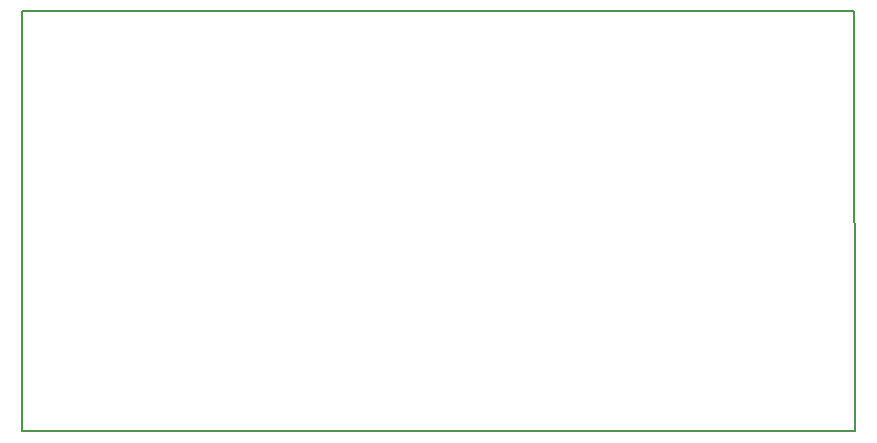
<source format=gm1>
G04 #@! TF.GenerationSoftware,KiCad,Pcbnew,5.0.2+dfsg1-1~bpo9+1*
G04 #@! TF.CreationDate,2019-11-03T17:14:50+01:00*
G04 #@! TF.ProjectId,HALF_DUPLEX_UART,48414c46-5f44-4555-904c-45585f554152,rev?*
G04 #@! TF.SameCoordinates,Original*
G04 #@! TF.FileFunction,Profile,NP*
%FSLAX46Y46*%
G04 Gerber Fmt 4.6, Leading zero omitted, Abs format (unit mm)*
G04 Created by KiCad (PCBNEW 5.0.2+dfsg1-1~bpo9+1) date dim. 03 nov. 2019 17:14:50 CET*
%MOMM*%
%LPD*%
G01*
G04 APERTURE LIST*
%ADD10C,0.200000*%
%ADD11C,0.150000*%
G04 APERTURE END LIST*
D10*
X183578500Y-125730000D02*
X148272500Y-125666500D01*
X183515000Y-90170000D02*
X183578500Y-125730000D01*
X148272500Y-90170000D02*
X183515000Y-90170000D01*
D11*
X113030000Y-125666500D02*
X113030000Y-90170000D01*
X148272500Y-125666500D02*
X113030000Y-125666500D01*
X113030000Y-90170000D02*
X148272500Y-90170000D01*
M02*

</source>
